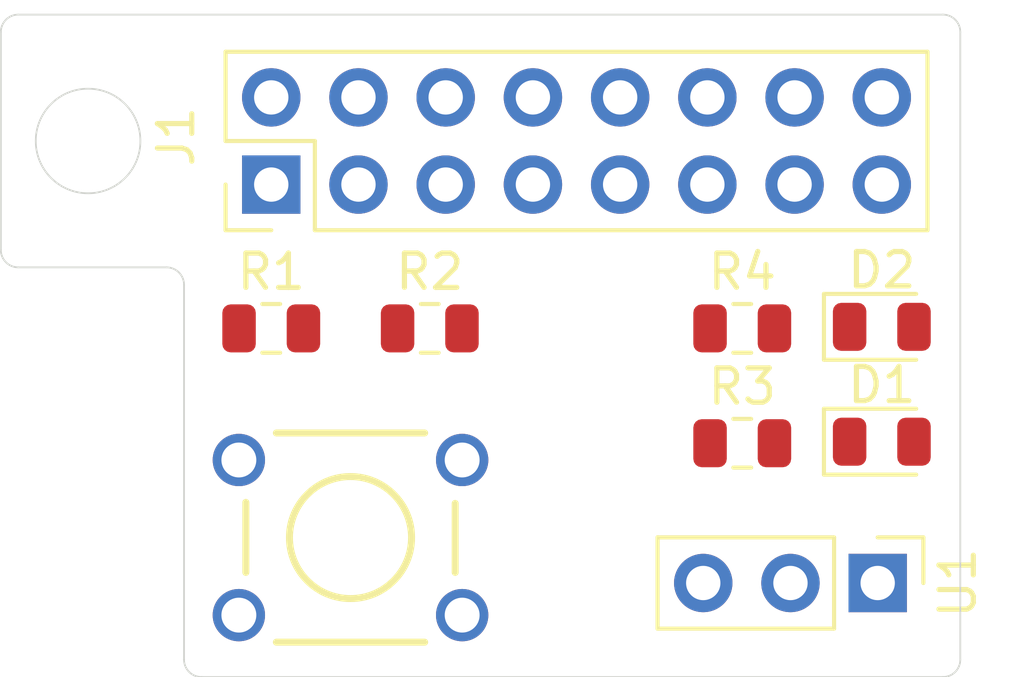
<source format=kicad_pcb>
(kicad_pcb (version 20171130) (host pcbnew "(5.1.2)-1")

  (general
    (thickness 1.6)
    (drawings 13)
    (tracks 0)
    (zones 0)
    (modules 9)
    (nets 19)
  )

  (page A4)
  (title_block
    (title "Raspberry Pi Full Stack Hat")
    (date 2019-05-14)
    (rev 1)
    (company "3 Hit Combo")
    (comment 1 "Designed by Anthony Hollis ")
  )

  (layers
    (0 F.Cu signal)
    (31 B.Cu signal)
    (32 B.Adhes user)
    (33 F.Adhes user)
    (34 B.Paste user)
    (35 F.Paste user)
    (36 B.SilkS user)
    (37 F.SilkS user)
    (38 B.Mask user)
    (39 F.Mask user)
    (40 Dwgs.User user)
    (41 Cmts.User user)
    (42 Eco1.User user)
    (43 Eco2.User user)
    (44 Edge.Cuts user)
    (45 Margin user)
    (46 B.CrtYd user)
    (47 F.CrtYd user)
    (48 B.Fab user)
    (49 F.Fab user)
  )

  (setup
    (last_trace_width 0.25)
    (user_trace_width 0.3)
    (trace_clearance 0.2)
    (zone_clearance 0.508)
    (zone_45_only no)
    (trace_min 0.2)
    (via_size 0.8)
    (via_drill 0.4)
    (via_min_size 0.4)
    (via_min_drill 0.3)
    (user_via 1 0.6)
    (uvia_size 0.3)
    (uvia_drill 0.1)
    (uvias_allowed no)
    (uvia_min_size 0.2)
    (uvia_min_drill 0.1)
    (edge_width 0.05)
    (segment_width 0.2)
    (pcb_text_width 0.3)
    (pcb_text_size 1.5 1.5)
    (mod_edge_width 0.12)
    (mod_text_size 1 1)
    (mod_text_width 0.15)
    (pad_size 1.524 1.524)
    (pad_drill 0.762)
    (pad_to_mask_clearance 0.051)
    (solder_mask_min_width 0.25)
    (aux_axis_origin 0 0)
    (visible_elements FFFFFF7F)
    (pcbplotparams
      (layerselection 0x010fc_ffffffff)
      (usegerberextensions false)
      (usegerberattributes false)
      (usegerberadvancedattributes false)
      (creategerberjobfile false)
      (excludeedgelayer true)
      (linewidth 0.100000)
      (plotframeref false)
      (viasonmask false)
      (mode 1)
      (useauxorigin false)
      (hpglpennumber 1)
      (hpglpenspeed 20)
      (hpglpendiameter 15.000000)
      (psnegative false)
      (psa4output false)
      (plotreference true)
      (plotvalue true)
      (plotinvisibletext false)
      (padsonsilk false)
      (subtractmaskfromsilk false)
      (outputformat 1)
      (mirror false)
      (drillshape 1)
      (scaleselection 1)
      (outputdirectory ""))
  )

  (net 0 "")
  (net 1 GND)
  (net 2 "Net-(D1-Pad2)")
  (net 3 "Net-(D2-Pad2)")
  (net 4 /3v3)
  (net 5 "Net-(J1-Pad2)")
  (net 6 "Net-(J1-Pad3)")
  (net 7 "Net-(J1-Pad4)")
  (net 8 "Net-(J1-Pad5)")
  (net 9 "Net-(J1-Pad7)")
  (net 10 /button_input)
  (net 11 "Net-(J1-Pad10)")
  (net 12 "Net-(J1-Pad11)")
  (net 13 "Net-(J1-Pad12)")
  (net 14 "Net-(J1-Pad13)")
  (net 15 "Net-(J1-Pad14)")
  (net 16 "Net-(J1-Pad15)")
  (net 17 "Net-(J1-Pad16)")
  (net 18 "Net-(U1-Pad3)")

  (net_class Default "This is the default net class."
    (clearance 0.2)
    (trace_width 0.25)
    (via_dia 0.8)
    (via_drill 0.4)
    (uvia_dia 0.3)
    (uvia_drill 0.1)
    (add_net /button_input)
    (add_net "Net-(D1-Pad2)")
    (add_net "Net-(D2-Pad2)")
    (add_net "Net-(J1-Pad10)")
    (add_net "Net-(J1-Pad11)")
    (add_net "Net-(J1-Pad12)")
    (add_net "Net-(J1-Pad13)")
    (add_net "Net-(J1-Pad14)")
    (add_net "Net-(J1-Pad15)")
    (add_net "Net-(J1-Pad16)")
    (add_net "Net-(J1-Pad2)")
    (add_net "Net-(J1-Pad3)")
    (add_net "Net-(J1-Pad4)")
    (add_net "Net-(J1-Pad5)")
    (add_net "Net-(J1-Pad7)")
    (add_net "Net-(U1-Pad3)")
  )

  (net_class Power ""
    (clearance 0.3)
    (trace_width 0.3)
    (via_dia 1)
    (via_drill 0.4)
    (uvia_dia 0.3)
    (uvia_drill 0.1)
    (add_net /3v3)
    (add_net GND)
  )

  (module Connector_PinHeader_2.54mm:PinHeader_2x08_P2.54mm_Vertical (layer F.Cu) (tedit 59FED5CC) (tstamp 5CDAA65E)
    (at 92.456 68.707 90)
    (descr "Through hole straight pin header, 2x08, 2.54mm pitch, double rows")
    (tags "Through hole pin header THT 2x08 2.54mm double row")
    (path /5CDA155D)
    (fp_text reference J1 (at 1.397 -2.77 90) (layer F.SilkS)
      (effects (font (size 1 1) (thickness 0.15)))
    )
    (fp_text value Raspberry_Pi_2_3 (at -1.27 21.082 90) (layer F.Fab)
      (effects (font (size 1 1) (thickness 0.15)))
    )
    (fp_text user %R (at -1.27 8.89) (layer F.Fab)
      (effects (font (size 1 1) (thickness 0.15)))
    )
    (fp_line (start 4.35 -1.8) (end -1.8 -1.8) (layer F.CrtYd) (width 0.05))
    (fp_line (start 4.35 19.55) (end 4.35 -1.8) (layer F.CrtYd) (width 0.05))
    (fp_line (start -1.8 19.55) (end 4.35 19.55) (layer F.CrtYd) (width 0.05))
    (fp_line (start -1.8 -1.8) (end -1.8 19.55) (layer F.CrtYd) (width 0.05))
    (fp_line (start -1.33 -1.33) (end 0 -1.33) (layer F.SilkS) (width 0.12))
    (fp_line (start -1.33 0) (end -1.33 -1.33) (layer F.SilkS) (width 0.12))
    (fp_line (start 1.27 -1.33) (end 3.87 -1.33) (layer F.SilkS) (width 0.12))
    (fp_line (start 1.27 1.27) (end 1.27 -1.33) (layer F.SilkS) (width 0.12))
    (fp_line (start -1.33 1.27) (end 1.27 1.27) (layer F.SilkS) (width 0.12))
    (fp_line (start 3.87 -1.33) (end 3.87 19.11) (layer F.SilkS) (width 0.12))
    (fp_line (start -1.33 1.27) (end -1.33 19.11) (layer F.SilkS) (width 0.12))
    (fp_line (start -1.33 19.11) (end 3.87 19.11) (layer F.SilkS) (width 0.12))
    (fp_line (start -1.27 0) (end 0 -1.27) (layer F.Fab) (width 0.1))
    (fp_line (start -1.27 19.05) (end -1.27 0) (layer F.Fab) (width 0.1))
    (fp_line (start 3.81 19.05) (end -1.27 19.05) (layer F.Fab) (width 0.1))
    (fp_line (start 3.81 -1.27) (end 3.81 19.05) (layer F.Fab) (width 0.1))
    (fp_line (start 0 -1.27) (end 3.81 -1.27) (layer F.Fab) (width 0.1))
    (pad 16 thru_hole oval (at 2.54 17.78 90) (size 1.7 1.7) (drill 1) (layers *.Cu *.Mask)
      (net 17 "Net-(J1-Pad16)"))
    (pad 15 thru_hole oval (at 0 17.78 90) (size 1.7 1.7) (drill 1) (layers *.Cu *.Mask)
      (net 16 "Net-(J1-Pad15)"))
    (pad 14 thru_hole oval (at 2.54 15.24 90) (size 1.7 1.7) (drill 1) (layers *.Cu *.Mask)
      (net 15 "Net-(J1-Pad14)"))
    (pad 13 thru_hole oval (at 0 15.24 90) (size 1.7 1.7) (drill 1) (layers *.Cu *.Mask)
      (net 14 "Net-(J1-Pad13)"))
    (pad 12 thru_hole oval (at 2.54 12.7 90) (size 1.7 1.7) (drill 1) (layers *.Cu *.Mask)
      (net 13 "Net-(J1-Pad12)"))
    (pad 11 thru_hole oval (at 0 12.7 90) (size 1.7 1.7) (drill 1) (layers *.Cu *.Mask)
      (net 12 "Net-(J1-Pad11)"))
    (pad 10 thru_hole oval (at 2.54 10.16 90) (size 1.7 1.7) (drill 1) (layers *.Cu *.Mask)
      (net 11 "Net-(J1-Pad10)"))
    (pad 9 thru_hole oval (at 0 10.16 90) (size 1.7 1.7) (drill 1) (layers *.Cu *.Mask)
      (net 1 GND))
    (pad 8 thru_hole oval (at 2.54 7.62 90) (size 1.7 1.7) (drill 1) (layers *.Cu *.Mask)
      (net 10 /button_input))
    (pad 7 thru_hole oval (at 0 7.62 90) (size 1.7 1.7) (drill 1) (layers *.Cu *.Mask)
      (net 9 "Net-(J1-Pad7)"))
    (pad 6 thru_hole oval (at 2.54 5.08 90) (size 1.7 1.7) (drill 1) (layers *.Cu *.Mask)
      (net 1 GND))
    (pad 5 thru_hole oval (at 0 5.08 90) (size 1.7 1.7) (drill 1) (layers *.Cu *.Mask)
      (net 8 "Net-(J1-Pad5)"))
    (pad 4 thru_hole oval (at 2.54 2.54 90) (size 1.7 1.7) (drill 1) (layers *.Cu *.Mask)
      (net 7 "Net-(J1-Pad4)"))
    (pad 3 thru_hole oval (at 0 2.54 90) (size 1.7 1.7) (drill 1) (layers *.Cu *.Mask)
      (net 6 "Net-(J1-Pad3)"))
    (pad 2 thru_hole oval (at 2.54 0 90) (size 1.7 1.7) (drill 1) (layers *.Cu *.Mask)
      (net 5 "Net-(J1-Pad2)"))
    (pad 1 thru_hole rect (at 0 0 90) (size 1.7 1.7) (drill 1) (layers *.Cu *.Mask)
      (net 4 /3v3))
    (model ${KISYS3DMOD}/Connector_PinHeader_2.54mm.3dshapes/PinHeader_2x08_P2.54mm_Vertical.wrl
      (at (xyz 0 0 0))
      (scale (xyz 1 1 1))
      (rotate (xyz 0 0 0))
    )
  )

  (module LED_SMD:LED_0805_2012Metric (layer F.Cu) (tedit 5B36C52C) (tstamp 5CDAA845)
    (at 110.236 76.2)
    (descr "LED SMD 0805 (2012 Metric), square (rectangular) end terminal, IPC_7351 nominal, (Body size source: https://docs.google.com/spreadsheets/d/1BsfQQcO9C6DZCsRaXUlFlo91Tg2WpOkGARC1WS5S8t0/edit?usp=sharing), generated with kicad-footprint-generator")
    (tags diode)
    (path /5CDA93D6)
    (attr smd)
    (fp_text reference D1 (at 0 -1.65) (layer F.SilkS)
      (effects (font (size 1 1) (thickness 0.15)))
    )
    (fp_text value LED (at 0 1.65) (layer F.Fab)
      (effects (font (size 1 1) (thickness 0.15)))
    )
    (fp_line (start 1 -0.6) (end -0.7 -0.6) (layer F.Fab) (width 0.1))
    (fp_line (start -0.7 -0.6) (end -1 -0.3) (layer F.Fab) (width 0.1))
    (fp_line (start -1 -0.3) (end -1 0.6) (layer F.Fab) (width 0.1))
    (fp_line (start -1 0.6) (end 1 0.6) (layer F.Fab) (width 0.1))
    (fp_line (start 1 0.6) (end 1 -0.6) (layer F.Fab) (width 0.1))
    (fp_line (start 1 -0.96) (end -1.685 -0.96) (layer F.SilkS) (width 0.12))
    (fp_line (start -1.685 -0.96) (end -1.685 0.96) (layer F.SilkS) (width 0.12))
    (fp_line (start -1.685 0.96) (end 1 0.96) (layer F.SilkS) (width 0.12))
    (fp_line (start -1.68 0.95) (end -1.68 -0.95) (layer F.CrtYd) (width 0.05))
    (fp_line (start -1.68 -0.95) (end 1.68 -0.95) (layer F.CrtYd) (width 0.05))
    (fp_line (start 1.68 -0.95) (end 1.68 0.95) (layer F.CrtYd) (width 0.05))
    (fp_line (start 1.68 0.95) (end -1.68 0.95) (layer F.CrtYd) (width 0.05))
    (fp_text user %R (at 0 0) (layer F.Fab)
      (effects (font (size 0.5 0.5) (thickness 0.08)))
    )
    (pad 1 smd roundrect (at -0.9375 0) (size 0.975 1.4) (layers F.Cu F.Paste F.Mask) (roundrect_rratio 0.25)
      (net 1 GND))
    (pad 2 smd roundrect (at 0.9375 0) (size 0.975 1.4) (layers F.Cu F.Paste F.Mask) (roundrect_rratio 0.25)
      (net 2 "Net-(D1-Pad2)"))
    (model ${KISYS3DMOD}/LED_SMD.3dshapes/LED_0805_2012Metric.wrl
      (at (xyz 0 0 0))
      (scale (xyz 1 1 1))
      (rotate (xyz 0 0 0))
    )
  )

  (module LED_SMD:LED_0805_2012Metric (layer F.Cu) (tedit 5B36C52C) (tstamp 5CDAA3DB)
    (at 110.236 72.853)
    (descr "LED SMD 0805 (2012 Metric), square (rectangular) end terminal, IPC_7351 nominal, (Body size source: https://docs.google.com/spreadsheets/d/1BsfQQcO9C6DZCsRaXUlFlo91Tg2WpOkGARC1WS5S8t0/edit?usp=sharing), generated with kicad-footprint-generator")
    (tags diode)
    (path /5CDF21C9)
    (attr smd)
    (fp_text reference D2 (at 0 -1.65) (layer F.SilkS)
      (effects (font (size 1 1) (thickness 0.15)))
    )
    (fp_text value LED (at 0 1.65) (layer F.Fab)
      (effects (font (size 1 1) (thickness 0.15)))
    )
    (fp_text user %R (at 0 0) (layer F.Fab)
      (effects (font (size 0.5 0.5) (thickness 0.08)))
    )
    (fp_line (start 1.68 0.95) (end -1.68 0.95) (layer F.CrtYd) (width 0.05))
    (fp_line (start 1.68 -0.95) (end 1.68 0.95) (layer F.CrtYd) (width 0.05))
    (fp_line (start -1.68 -0.95) (end 1.68 -0.95) (layer F.CrtYd) (width 0.05))
    (fp_line (start -1.68 0.95) (end -1.68 -0.95) (layer F.CrtYd) (width 0.05))
    (fp_line (start -1.685 0.96) (end 1 0.96) (layer F.SilkS) (width 0.12))
    (fp_line (start -1.685 -0.96) (end -1.685 0.96) (layer F.SilkS) (width 0.12))
    (fp_line (start 1 -0.96) (end -1.685 -0.96) (layer F.SilkS) (width 0.12))
    (fp_line (start 1 0.6) (end 1 -0.6) (layer F.Fab) (width 0.1))
    (fp_line (start -1 0.6) (end 1 0.6) (layer F.Fab) (width 0.1))
    (fp_line (start -1 -0.3) (end -1 0.6) (layer F.Fab) (width 0.1))
    (fp_line (start -0.7 -0.6) (end -1 -0.3) (layer F.Fab) (width 0.1))
    (fp_line (start 1 -0.6) (end -0.7 -0.6) (layer F.Fab) (width 0.1))
    (pad 2 smd roundrect (at 0.9375 0) (size 0.975 1.4) (layers F.Cu F.Paste F.Mask) (roundrect_rratio 0.25)
      (net 3 "Net-(D2-Pad2)"))
    (pad 1 smd roundrect (at -0.9375 0) (size 0.975 1.4) (layers F.Cu F.Paste F.Mask) (roundrect_rratio 0.25)
      (net 1 GND))
    (model ${KISYS3DMOD}/LED_SMD.3dshapes/LED_0805_2012Metric.wrl
      (at (xyz 0 0 0))
      (scale (xyz 1 1 1))
      (rotate (xyz 0 0 0))
    )
  )

  (module Resistor_SMD:R_0805_2012Metric (layer F.Cu) (tedit 5B36C52B) (tstamp 5CDAA412)
    (at 92.456 72.898)
    (descr "Resistor SMD 0805 (2012 Metric), square (rectangular) end terminal, IPC_7351 nominal, (Body size source: https://docs.google.com/spreadsheets/d/1BsfQQcO9C6DZCsRaXUlFlo91Tg2WpOkGARC1WS5S8t0/edit?usp=sharing), generated with kicad-footprint-generator")
    (tags resistor)
    (path /5CDA8690)
    (attr smd)
    (fp_text reference R1 (at 0 -1.65) (layer F.SilkS)
      (effects (font (size 1 1) (thickness 0.15)))
    )
    (fp_text value R (at 0 1.65) (layer F.Fab)
      (effects (font (size 1 1) (thickness 0.15)))
    )
    (fp_line (start -1 0.6) (end -1 -0.6) (layer F.Fab) (width 0.1))
    (fp_line (start -1 -0.6) (end 1 -0.6) (layer F.Fab) (width 0.1))
    (fp_line (start 1 -0.6) (end 1 0.6) (layer F.Fab) (width 0.1))
    (fp_line (start 1 0.6) (end -1 0.6) (layer F.Fab) (width 0.1))
    (fp_line (start -0.258578 -0.71) (end 0.258578 -0.71) (layer F.SilkS) (width 0.12))
    (fp_line (start -0.258578 0.71) (end 0.258578 0.71) (layer F.SilkS) (width 0.12))
    (fp_line (start -1.68 0.95) (end -1.68 -0.95) (layer F.CrtYd) (width 0.05))
    (fp_line (start -1.68 -0.95) (end 1.68 -0.95) (layer F.CrtYd) (width 0.05))
    (fp_line (start 1.68 -0.95) (end 1.68 0.95) (layer F.CrtYd) (width 0.05))
    (fp_line (start 1.68 0.95) (end -1.68 0.95) (layer F.CrtYd) (width 0.05))
    (fp_text user %R (at 0 0) (layer F.Fab)
      (effects (font (size 0.5 0.5) (thickness 0.08)))
    )
    (pad 1 smd roundrect (at -0.9375 0) (size 0.975 1.4) (layers F.Cu F.Paste F.Mask) (roundrect_rratio 0.25)
      (net 10 /button_input))
    (pad 2 smd roundrect (at 0.9375 0) (size 0.975 1.4) (layers F.Cu F.Paste F.Mask) (roundrect_rratio 0.25)
      (net 1 GND))
    (model ${KISYS3DMOD}/Resistor_SMD.3dshapes/R_0805_2012Metric.wrl
      (at (xyz 0 0 0))
      (scale (xyz 1 1 1))
      (rotate (xyz 0 0 0))
    )
  )

  (module Resistor_SMD:R_0805_2012Metric (layer F.Cu) (tedit 5B36C52B) (tstamp 5CDAA423)
    (at 97.072398 72.898)
    (descr "Resistor SMD 0805 (2012 Metric), square (rectangular) end terminal, IPC_7351 nominal, (Body size source: https://docs.google.com/spreadsheets/d/1BsfQQcO9C6DZCsRaXUlFlo91Tg2WpOkGARC1WS5S8t0/edit?usp=sharing), generated with kicad-footprint-generator")
    (tags resistor)
    (path /5CDA7C16)
    (attr smd)
    (fp_text reference R2 (at 0 -1.65) (layer F.SilkS)
      (effects (font (size 1 1) (thickness 0.15)))
    )
    (fp_text value R (at 0 1.65) (layer F.Fab)
      (effects (font (size 1 1) (thickness 0.15)))
    )
    (fp_text user %R (at 0 0) (layer F.Fab)
      (effects (font (size 0.5 0.5) (thickness 0.08)))
    )
    (fp_line (start 1.68 0.95) (end -1.68 0.95) (layer F.CrtYd) (width 0.05))
    (fp_line (start 1.68 -0.95) (end 1.68 0.95) (layer F.CrtYd) (width 0.05))
    (fp_line (start -1.68 -0.95) (end 1.68 -0.95) (layer F.CrtYd) (width 0.05))
    (fp_line (start -1.68 0.95) (end -1.68 -0.95) (layer F.CrtYd) (width 0.05))
    (fp_line (start -0.258578 0.71) (end 0.258578 0.71) (layer F.SilkS) (width 0.12))
    (fp_line (start -0.258578 -0.71) (end 0.258578 -0.71) (layer F.SilkS) (width 0.12))
    (fp_line (start 1 0.6) (end -1 0.6) (layer F.Fab) (width 0.1))
    (fp_line (start 1 -0.6) (end 1 0.6) (layer F.Fab) (width 0.1))
    (fp_line (start -1 -0.6) (end 1 -0.6) (layer F.Fab) (width 0.1))
    (fp_line (start -1 0.6) (end -1 -0.6) (layer F.Fab) (width 0.1))
    (pad 2 smd roundrect (at 0.9375 0) (size 0.975 1.4) (layers F.Cu F.Paste F.Mask) (roundrect_rratio 0.25)
      (net 4 /3v3))
    (pad 1 smd roundrect (at -0.9375 0) (size 0.975 1.4) (layers F.Cu F.Paste F.Mask) (roundrect_rratio 0.25)
      (net 12 "Net-(J1-Pad11)"))
    (model ${KISYS3DMOD}/Resistor_SMD.3dshapes/R_0805_2012Metric.wrl
      (at (xyz 0 0 0))
      (scale (xyz 1 1 1))
      (rotate (xyz 0 0 0))
    )
  )

  (module Resistor_SMD:R_0805_2012Metric (layer F.Cu) (tedit 5B36C52B) (tstamp 5CDAA434)
    (at 106.172 76.245)
    (descr "Resistor SMD 0805 (2012 Metric), square (rectangular) end terminal, IPC_7351 nominal, (Body size source: https://docs.google.com/spreadsheets/d/1BsfQQcO9C6DZCsRaXUlFlo91Tg2WpOkGARC1WS5S8t0/edit?usp=sharing), generated with kicad-footprint-generator")
    (tags resistor)
    (path /5CDA6C22)
    (attr smd)
    (fp_text reference R3 (at 0 -1.65) (layer F.SilkS)
      (effects (font (size 1 1) (thickness 0.15)))
    )
    (fp_text value R (at 0 1.65) (layer F.Fab)
      (effects (font (size 1 1) (thickness 0.15)))
    )
    (fp_line (start -1 0.6) (end -1 -0.6) (layer F.Fab) (width 0.1))
    (fp_line (start -1 -0.6) (end 1 -0.6) (layer F.Fab) (width 0.1))
    (fp_line (start 1 -0.6) (end 1 0.6) (layer F.Fab) (width 0.1))
    (fp_line (start 1 0.6) (end -1 0.6) (layer F.Fab) (width 0.1))
    (fp_line (start -0.258578 -0.71) (end 0.258578 -0.71) (layer F.SilkS) (width 0.12))
    (fp_line (start -0.258578 0.71) (end 0.258578 0.71) (layer F.SilkS) (width 0.12))
    (fp_line (start -1.68 0.95) (end -1.68 -0.95) (layer F.CrtYd) (width 0.05))
    (fp_line (start -1.68 -0.95) (end 1.68 -0.95) (layer F.CrtYd) (width 0.05))
    (fp_line (start 1.68 -0.95) (end 1.68 0.95) (layer F.CrtYd) (width 0.05))
    (fp_line (start 1.68 0.95) (end -1.68 0.95) (layer F.CrtYd) (width 0.05))
    (fp_text user %R (at 0 0) (layer F.Fab)
      (effects (font (size 0.5 0.5) (thickness 0.08)))
    )
    (pad 1 smd roundrect (at -0.9375 0) (size 0.975 1.4) (layers F.Cu F.Paste F.Mask) (roundrect_rratio 0.25)
      (net 9 "Net-(J1-Pad7)"))
    (pad 2 smd roundrect (at 0.9375 0) (size 0.975 1.4) (layers F.Cu F.Paste F.Mask) (roundrect_rratio 0.25)
      (net 2 "Net-(D1-Pad2)"))
    (model ${KISYS3DMOD}/Resistor_SMD.3dshapes/R_0805_2012Metric.wrl
      (at (xyz 0 0 0))
      (scale (xyz 1 1 1))
      (rotate (xyz 0 0 0))
    )
  )

  (module Resistor_SMD:R_0805_2012Metric (layer F.Cu) (tedit 5B36C52B) (tstamp 5CDAA445)
    (at 106.172 72.898)
    (descr "Resistor SMD 0805 (2012 Metric), square (rectangular) end terminal, IPC_7351 nominal, (Body size source: https://docs.google.com/spreadsheets/d/1BsfQQcO9C6DZCsRaXUlFlo91Tg2WpOkGARC1WS5S8t0/edit?usp=sharing), generated with kicad-footprint-generator")
    (tags resistor)
    (path /5CDF21BF)
    (attr smd)
    (fp_text reference R4 (at 0 -1.65) (layer F.SilkS)
      (effects (font (size 1 1) (thickness 0.15)))
    )
    (fp_text value R (at 0 1.65) (layer F.Fab)
      (effects (font (size 1 1) (thickness 0.15)))
    )
    (fp_text user %R (at 0 0) (layer F.Fab)
      (effects (font (size 0.5 0.5) (thickness 0.08)))
    )
    (fp_line (start 1.68 0.95) (end -1.68 0.95) (layer F.CrtYd) (width 0.05))
    (fp_line (start 1.68 -0.95) (end 1.68 0.95) (layer F.CrtYd) (width 0.05))
    (fp_line (start -1.68 -0.95) (end 1.68 -0.95) (layer F.CrtYd) (width 0.05))
    (fp_line (start -1.68 0.95) (end -1.68 -0.95) (layer F.CrtYd) (width 0.05))
    (fp_line (start -0.258578 0.71) (end 0.258578 0.71) (layer F.SilkS) (width 0.12))
    (fp_line (start -0.258578 -0.71) (end 0.258578 -0.71) (layer F.SilkS) (width 0.12))
    (fp_line (start 1 0.6) (end -1 0.6) (layer F.Fab) (width 0.1))
    (fp_line (start 1 -0.6) (end 1 0.6) (layer F.Fab) (width 0.1))
    (fp_line (start -1 -0.6) (end 1 -0.6) (layer F.Fab) (width 0.1))
    (fp_line (start -1 0.6) (end -1 -0.6) (layer F.Fab) (width 0.1))
    (pad 2 smd roundrect (at 0.9375 0) (size 0.975 1.4) (layers F.Cu F.Paste F.Mask) (roundrect_rratio 0.25)
      (net 3 "Net-(D2-Pad2)"))
    (pad 1 smd roundrect (at -0.9375 0) (size 0.975 1.4) (layers F.Cu F.Paste F.Mask) (roundrect_rratio 0.25)
      (net 4 /3v3))
    (model ${KISYS3DMOD}/Resistor_SMD.3dshapes/R_0805_2012Metric.wrl
      (at (xyz 0 0 0))
      (scale (xyz 1 1 1))
      (rotate (xyz 0 0 0))
    )
  )

  (module freetronics_footprints:SW_PUSHBUTTON_PTH (layer F.Cu) (tedit 5477A5C1) (tstamp 5CDAA461)
    (at 94.764199 78.994)
    (descr "<b>OMRON SWITCH</b>")
    (path /5CDA4549)
    (fp_text reference SW1 (at -0.05 0) (layer Eco1.User)
      (effects (font (size 0.6 0.6) (thickness 0.1)))
    )
    (fp_text value SW_DPST (at 0 0) (layer Eco1.User) hide
      (effects (font (size 0 0) (thickness 0.000001)))
    )
    (fp_line (start 3.048 -1.016) (end 3.048 -2.54) (layer Cmts.User) (width 0.2032))
    (fp_line (start 3.048 -2.54) (end 2.54 -3.048) (layer Cmts.User) (width 0.2032))
    (fp_line (start 2.54 3.048) (end 3.048 2.54) (layer Cmts.User) (width 0.2032))
    (fp_line (start 3.048 2.54) (end 3.048 1.016) (layer Cmts.User) (width 0.2032))
    (fp_line (start -2.54 -3.048) (end -3.048 -2.54) (layer Cmts.User) (width 0.2032))
    (fp_line (start -3.048 -2.54) (end -3.048 -1.016) (layer Cmts.User) (width 0.2032))
    (fp_line (start -2.54 3.048) (end -3.048 2.54) (layer Cmts.User) (width 0.2032))
    (fp_line (start -3.048 2.54) (end -3.048 1.016) (layer Cmts.User) (width 0.2032))
    (fp_line (start 2.54 3.048) (end 2.159 3.048) (layer Cmts.User) (width 0.2032))
    (fp_line (start -2.54 3.048) (end -2.159 3.048) (layer Cmts.User) (width 0.2032))
    (fp_line (start -2.54 -3.048) (end -2.159 -3.048) (layer Cmts.User) (width 0.2032))
    (fp_line (start 2.54 -3.048) (end 2.159 -3.048) (layer Cmts.User) (width 0.2032))
    (fp_line (start 2.159 -3.048) (end -2.159 -3.048) (layer F.SilkS) (width 0.2032))
    (fp_line (start -2.159 3.048) (end 2.159 3.048) (layer F.SilkS) (width 0.2032))
    (fp_line (start 3.048 -0.99568) (end 3.048 1.016) (layer F.SilkS) (width 0.2032))
    (fp_line (start -3.048 -1.02616) (end -3.048 1.016) (layer F.SilkS) (width 0.2032))
    (fp_line (start -2.54 -1.27) (end -2.54 -0.508) (layer Cmts.User) (width 0.2032))
    (fp_line (start -2.54 0.508) (end -2.54 1.27) (layer Cmts.User) (width 0.2032))
    (fp_line (start -2.54 -0.508) (end -2.159 0.381) (layer Cmts.User) (width 0.2032))
    (fp_circle (center 0 0) (end 1.778 0) (layer F.SilkS) (width 0.2032))
    (pad 1 thru_hole oval (at -3.2512 -2.2606) (size 1.524 1.524) (drill 1.016) (layers *.Cu *.Mask)
      (net 4 /3v3))
    (pad 1 thru_hole oval (at 3.2512 -2.2606) (size 1.524 1.524) (drill 1.016) (layers *.Cu *.Mask)
      (net 4 /3v3))
    (pad 2 thru_hole oval (at -3.2512 2.2606) (size 1.524 1.524) (drill 1.016) (layers *.Cu *.Mask)
      (net 10 /button_input))
    (pad 2 thru_hole oval (at 3.2512 2.2606) (size 1.524 1.524) (drill 1.016) (layers *.Cu *.Mask)
      (net 10 /button_input))
  )

  (module Connector_PinHeader_2.54mm:PinHeader_1x03_P2.54mm_Vertical (layer F.Cu) (tedit 59FED5CC) (tstamp 5CDAA478)
    (at 110.116 80.3186 270)
    (descr "Through hole straight pin header, 1x03, 2.54mm pitch, single row")
    (tags "Through hole pin header THT 1x03 2.54mm single row")
    (path /5CDAA42C)
    (fp_text reference U1 (at 0 -2.33 90) (layer F.SilkS)
      (effects (font (size 1 1) (thickness 0.15)))
    )
    (fp_text value DHT22 (at 0 7.41 90) (layer F.Fab)
      (effects (font (size 1 1) (thickness 0.15)))
    )
    (fp_line (start -0.635 -1.27) (end 1.27 -1.27) (layer F.Fab) (width 0.1))
    (fp_line (start 1.27 -1.27) (end 1.27 6.35) (layer F.Fab) (width 0.1))
    (fp_line (start 1.27 6.35) (end -1.27 6.35) (layer F.Fab) (width 0.1))
    (fp_line (start -1.27 6.35) (end -1.27 -0.635) (layer F.Fab) (width 0.1))
    (fp_line (start -1.27 -0.635) (end -0.635 -1.27) (layer F.Fab) (width 0.1))
    (fp_line (start -1.33 6.41) (end 1.33 6.41) (layer F.SilkS) (width 0.12))
    (fp_line (start -1.33 1.27) (end -1.33 6.41) (layer F.SilkS) (width 0.12))
    (fp_line (start 1.33 1.27) (end 1.33 6.41) (layer F.SilkS) (width 0.12))
    (fp_line (start -1.33 1.27) (end 1.33 1.27) (layer F.SilkS) (width 0.12))
    (fp_line (start -1.33 0) (end -1.33 -1.33) (layer F.SilkS) (width 0.12))
    (fp_line (start -1.33 -1.33) (end 0 -1.33) (layer F.SilkS) (width 0.12))
    (fp_line (start -1.8 -1.8) (end -1.8 6.85) (layer F.CrtYd) (width 0.05))
    (fp_line (start -1.8 6.85) (end 1.8 6.85) (layer F.CrtYd) (width 0.05))
    (fp_line (start 1.8 6.85) (end 1.8 -1.8) (layer F.CrtYd) (width 0.05))
    (fp_line (start 1.8 -1.8) (end -1.8 -1.8) (layer F.CrtYd) (width 0.05))
    (fp_text user %R (at 0 2.54) (layer F.Fab)
      (effects (font (size 1 1) (thickness 0.15)))
    )
    (pad 1 thru_hole rect (at 0 0 270) (size 1.7 1.7) (drill 1) (layers *.Cu *.Mask)
      (net 4 /3v3))
    (pad 2 thru_hole oval (at 0 2.54 270) (size 1.7 1.7) (drill 1) (layers *.Cu *.Mask)
      (net 12 "Net-(J1-Pad11)"))
    (pad 3 thru_hole oval (at 0 5.08 270) (size 1.7 1.7) (drill 1) (layers *.Cu *.Mask)
      (net 18 "Net-(U1-Pad3)"))
    (model ${KISYS3DMOD}/Connector_PinHeader_2.54mm.3dshapes/PinHeader_1x03_P2.54mm_Vertical.wrl
      (at (xyz 0 0 0))
      (scale (xyz 1 1 1))
      (rotate (xyz 0 0 0))
    )
  )

  (gr_line (start 112.522 64.262) (end 112.522 82.55) (layer Edge.Cuts) (width 0.05) (tstamp 5CDAC376))
  (gr_line (start 112.014 83.058) (end 90.424 83.058) (layer Edge.Cuts) (width 0.05) (tstamp 5CDAC371))
  (gr_line (start 89.916 71.628) (end 89.916 82.55) (layer Edge.Cuts) (width 0.05) (tstamp 5CDAC36B))
  (gr_line (start 112.014 63.754) (end 85.09 63.754) (layer Edge.Cuts) (width 0.05) (tstamp 5CDAC35E))
  (gr_line (start 85.09 71.12) (end 89.408 71.12) (layer Edge.Cuts) (width 0.05) (tstamp 5CDAC357))
  (gr_line (start 84.582 64.262) (end 84.582 70.612) (layer Edge.Cuts) (width 0.05) (tstamp 5CDAC356))
  (gr_arc (start 112.014 64.262) (end 112.522 64.262) (angle -90) (layer Edge.Cuts) (width 0.05))
  (gr_arc (start 112.014 82.55) (end 112.014 83.058) (angle -90) (layer Edge.Cuts) (width 0.05))
  (gr_arc (start 90.424 82.55) (end 89.916 82.55) (angle -90) (layer Edge.Cuts) (width 0.05))
  (gr_arc (start 89.408 71.628) (end 89.916 71.628) (angle -90) (layer Edge.Cuts) (width 0.05))
  (gr_arc (start 85.09 70.612) (end 84.582 70.612) (angle -90) (layer Edge.Cuts) (width 0.05))
  (gr_arc (start 85.09 64.262) (end 85.09 63.754) (angle -90) (layer Edge.Cuts) (width 0.05))
  (gr_circle (center 87.122 67.437) (end 87.122 65.913) (layer Edge.Cuts) (width 0.05))

)

</source>
